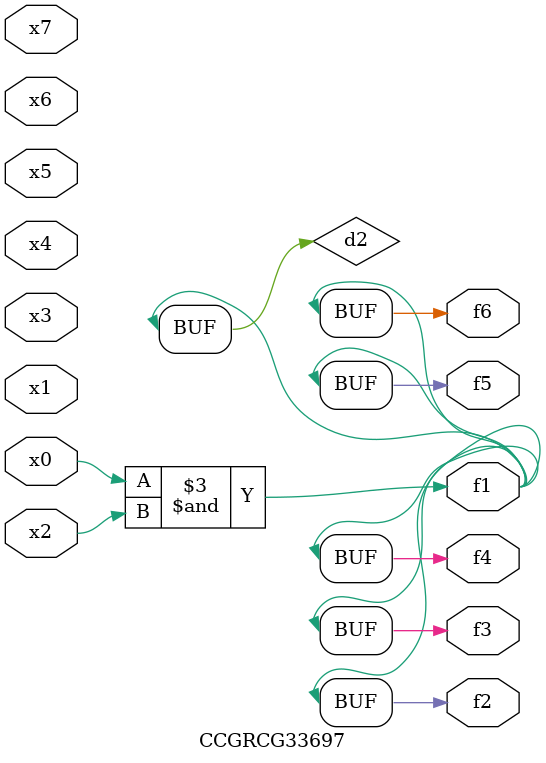
<source format=v>
module CCGRCG33697(
	input x0, x1, x2, x3, x4, x5, x6, x7,
	output f1, f2, f3, f4, f5, f6
);

	wire d1, d2;

	nor (d1, x3, x6);
	and (d2, x0, x2);
	assign f1 = d2;
	assign f2 = d2;
	assign f3 = d2;
	assign f4 = d2;
	assign f5 = d2;
	assign f6 = d2;
endmodule

</source>
